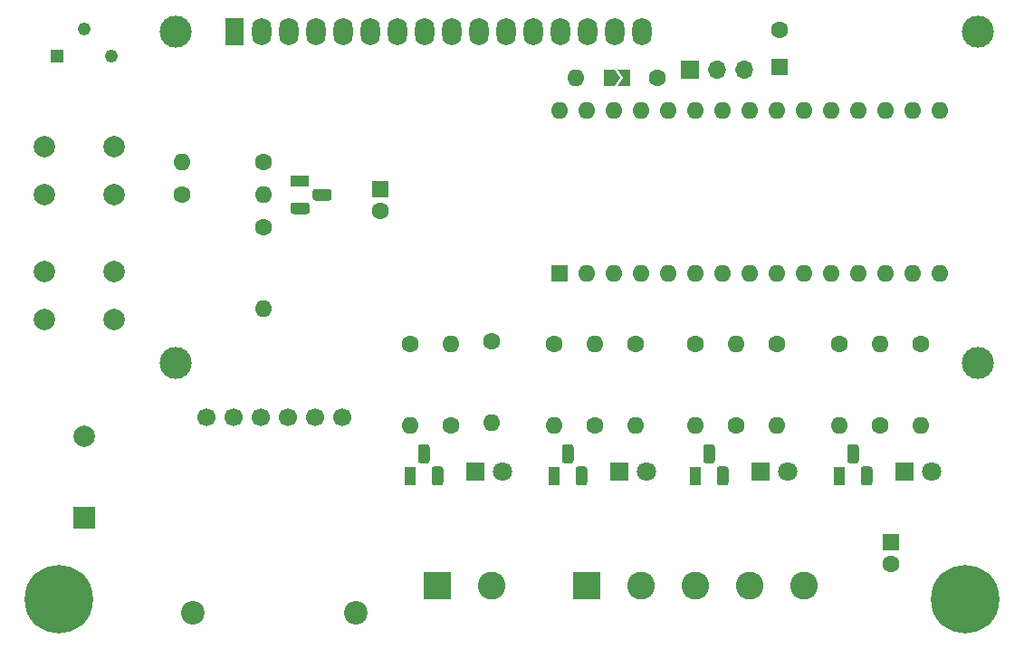
<source format=gbr>
%TF.GenerationSoftware,KiCad,Pcbnew,(5.1.9)-1*%
%TF.CreationDate,2022-04-17T16:33:26-05:00*%
%TF.ProjectId,reflow-oven-nano-shield,7265666c-6f77-42d6-9f76-656e2d6e616e,rev?*%
%TF.SameCoordinates,Original*%
%TF.FileFunction,Soldermask,Top*%
%TF.FilePolarity,Negative*%
%FSLAX46Y46*%
G04 Gerber Fmt 4.6, Leading zero omitted, Abs format (unit mm)*
G04 Created by KiCad (PCBNEW (5.1.9)-1) date 2022-04-17 16:33:26*
%MOMM*%
%LPD*%
G01*
G04 APERTURE LIST*
%ADD10R,1.100000X1.800000*%
%ADD11R,1.800000X1.100000*%
%ADD12C,1.600000*%
%ADD13R,1.600000X1.600000*%
%ADD14C,2.200000*%
%ADD15C,1.700000*%
%ADD16C,0.800000*%
%ADD17C,6.400000*%
%ADD18C,2.000000*%
%ADD19R,2.000000X2.000000*%
%ADD20R,1.222000X1.222000*%
%ADD21C,1.222000*%
%ADD22O,1.600000X1.600000*%
%ADD23C,0.100000*%
%ADD24O,1.700000X1.700000*%
%ADD25R,1.700000X1.700000*%
%ADD26C,2.600000*%
%ADD27R,2.600000X2.600000*%
%ADD28C,3.000000*%
%ADD29O,1.800000X2.600000*%
%ADD30R,1.800000X2.600000*%
%ADD31C,1.800000*%
%ADD32R,1.800000X1.800000*%
G04 APERTURE END LIST*
D10*
%TO.C,Q5*%
X165862000Y-87522000D03*
G36*
G01*
X167852000Y-88147000D02*
X167852000Y-86897000D01*
G75*
G02*
X168127000Y-86622000I275000J0D01*
G01*
X168677000Y-86622000D01*
G75*
G02*
X168952000Y-86897000I0J-275000D01*
G01*
X168952000Y-88147000D01*
G75*
G02*
X168677000Y-88422000I-275000J0D01*
G01*
X168127000Y-88422000D01*
G75*
G02*
X167852000Y-88147000I0J275000D01*
G01*
G37*
G36*
G01*
X166582000Y-86077000D02*
X166582000Y-84827000D01*
G75*
G02*
X166857000Y-84552000I275000J0D01*
G01*
X167407000Y-84552000D01*
G75*
G02*
X167682000Y-84827000I0J-275000D01*
G01*
X167682000Y-86077000D01*
G75*
G02*
X167407000Y-86352000I-275000J0D01*
G01*
X166857000Y-86352000D01*
G75*
G02*
X166582000Y-86077000I0J275000D01*
G01*
G37*
%TD*%
%TO.C,Q4*%
X152400000Y-87522000D03*
G36*
G01*
X154390000Y-88147000D02*
X154390000Y-86897000D01*
G75*
G02*
X154665000Y-86622000I275000J0D01*
G01*
X155215000Y-86622000D01*
G75*
G02*
X155490000Y-86897000I0J-275000D01*
G01*
X155490000Y-88147000D01*
G75*
G02*
X155215000Y-88422000I-275000J0D01*
G01*
X154665000Y-88422000D01*
G75*
G02*
X154390000Y-88147000I0J275000D01*
G01*
G37*
G36*
G01*
X153120000Y-86077000D02*
X153120000Y-84827000D01*
G75*
G02*
X153395000Y-84552000I275000J0D01*
G01*
X153945000Y-84552000D01*
G75*
G02*
X154220000Y-84827000I0J-275000D01*
G01*
X154220000Y-86077000D01*
G75*
G02*
X153945000Y-86352000I-275000J0D01*
G01*
X153395000Y-86352000D01*
G75*
G02*
X153120000Y-86077000I0J275000D01*
G01*
G37*
%TD*%
D11*
%TO.C,Q3*%
X115424000Y-59944000D03*
G36*
G01*
X114799000Y-61934000D02*
X116049000Y-61934000D01*
G75*
G02*
X116324000Y-62209000I0J-275000D01*
G01*
X116324000Y-62759000D01*
G75*
G02*
X116049000Y-63034000I-275000J0D01*
G01*
X114799000Y-63034000D01*
G75*
G02*
X114524000Y-62759000I0J275000D01*
G01*
X114524000Y-62209000D01*
G75*
G02*
X114799000Y-61934000I275000J0D01*
G01*
G37*
G36*
G01*
X116869000Y-60664000D02*
X118119000Y-60664000D01*
G75*
G02*
X118394000Y-60939000I0J-275000D01*
G01*
X118394000Y-61489000D01*
G75*
G02*
X118119000Y-61764000I-275000J0D01*
G01*
X116869000Y-61764000D01*
G75*
G02*
X116594000Y-61489000I0J275000D01*
G01*
X116594000Y-60939000D01*
G75*
G02*
X116869000Y-60664000I275000J0D01*
G01*
G37*
%TD*%
D10*
%TO.C,Q2*%
X139192000Y-87522000D03*
G36*
G01*
X141182000Y-88147000D02*
X141182000Y-86897000D01*
G75*
G02*
X141457000Y-86622000I275000J0D01*
G01*
X142007000Y-86622000D01*
G75*
G02*
X142282000Y-86897000I0J-275000D01*
G01*
X142282000Y-88147000D01*
G75*
G02*
X142007000Y-88422000I-275000J0D01*
G01*
X141457000Y-88422000D01*
G75*
G02*
X141182000Y-88147000I0J275000D01*
G01*
G37*
G36*
G01*
X139912000Y-86077000D02*
X139912000Y-84827000D01*
G75*
G02*
X140187000Y-84552000I275000J0D01*
G01*
X140737000Y-84552000D01*
G75*
G02*
X141012000Y-84827000I0J-275000D01*
G01*
X141012000Y-86077000D01*
G75*
G02*
X140737000Y-86352000I-275000J0D01*
G01*
X140187000Y-86352000D01*
G75*
G02*
X139912000Y-86077000I0J275000D01*
G01*
G37*
%TD*%
%TO.C,Q1*%
X125730000Y-87522000D03*
G36*
G01*
X127720000Y-88147000D02*
X127720000Y-86897000D01*
G75*
G02*
X127995000Y-86622000I275000J0D01*
G01*
X128545000Y-86622000D01*
G75*
G02*
X128820000Y-86897000I0J-275000D01*
G01*
X128820000Y-88147000D01*
G75*
G02*
X128545000Y-88422000I-275000J0D01*
G01*
X127995000Y-88422000D01*
G75*
G02*
X127720000Y-88147000I0J275000D01*
G01*
G37*
G36*
G01*
X126450000Y-86077000D02*
X126450000Y-84827000D01*
G75*
G02*
X126725000Y-84552000I275000J0D01*
G01*
X127275000Y-84552000D01*
G75*
G02*
X127550000Y-84827000I0J-275000D01*
G01*
X127550000Y-86077000D01*
G75*
G02*
X127275000Y-86352000I-275000J0D01*
G01*
X126725000Y-86352000D01*
G75*
G02*
X126450000Y-86077000I0J275000D01*
G01*
G37*
%TD*%
D12*
%TO.C,C1*%
X160274000Y-45776000D03*
D13*
X160274000Y-49276000D03*
%TD*%
D14*
%TO.C,A2*%
X105410000Y-100330000D03*
X120650000Y-100330000D03*
D15*
X106680000Y-82042000D03*
X109220000Y-82042000D03*
X111760000Y-82042000D03*
X114300000Y-82042000D03*
X116840000Y-82042000D03*
X119380000Y-82042000D03*
%TD*%
D12*
%TO.C,C3*%
X170688000Y-95726000D03*
D13*
X170688000Y-93726000D03*
%TD*%
D16*
%TO.C,H2*%
X179357056Y-97362944D03*
X177660000Y-96660000D03*
X175962944Y-97362944D03*
X175260000Y-99060000D03*
X175962944Y-100757056D03*
X177660000Y-101460000D03*
X179357056Y-100757056D03*
X180060000Y-99060000D03*
D17*
X177660000Y-99060000D03*
%TD*%
D16*
%TO.C,H1*%
X94547056Y-97362944D03*
X92850000Y-96660000D03*
X91152944Y-97362944D03*
X90450000Y-99060000D03*
X91152944Y-100757056D03*
X92850000Y-101460000D03*
X94547056Y-100757056D03*
X95250000Y-99060000D03*
D17*
X92850000Y-99060000D03*
%TD*%
D18*
%TO.C,BZ1*%
X95250000Y-83840000D03*
D19*
X95250000Y-91440000D03*
%TD*%
D18*
%TO.C,SW2*%
X98044000Y-68398000D03*
X98044000Y-72898000D03*
X91544000Y-68398000D03*
X91544000Y-72898000D03*
%TD*%
%TO.C,SW1*%
X98041600Y-56714000D03*
X98041600Y-61214000D03*
X91541600Y-56714000D03*
X91541600Y-61214000D03*
%TD*%
D20*
%TO.C,RV1*%
X92710000Y-48260000D03*
D21*
X95250000Y-45720000D03*
X97790000Y-48260000D03*
%TD*%
D22*
%TO.C,R16*%
X173482000Y-82804000D03*
D12*
X173482000Y-75184000D03*
%TD*%
D22*
%TO.C,R15*%
X160020000Y-82804000D03*
D12*
X160020000Y-75184000D03*
%TD*%
D22*
%TO.C,R14*%
X165862000Y-82804000D03*
D12*
X165862000Y-75184000D03*
%TD*%
D22*
%TO.C,R13*%
X152400000Y-82804000D03*
D12*
X152400000Y-75184000D03*
%TD*%
D22*
%TO.C,R12*%
X169672000Y-75184000D03*
D12*
X169672000Y-82804000D03*
%TD*%
D22*
%TO.C,R11*%
X156210000Y-75184000D03*
D12*
X156210000Y-82804000D03*
%TD*%
D22*
%TO.C,R10*%
X112014000Y-71882000D03*
D12*
X112014000Y-64262000D03*
%TD*%
D22*
%TO.C,R9*%
X112014000Y-61214000D03*
D12*
X104394000Y-61214000D03*
%TD*%
D22*
%TO.C,R8*%
X104394000Y-58166000D03*
D12*
X112014000Y-58166000D03*
%TD*%
D22*
%TO.C,R7*%
X146812000Y-82804000D03*
D12*
X146812000Y-75184000D03*
%TD*%
D22*
%TO.C,R6*%
X133350000Y-82550000D03*
D12*
X133350000Y-74930000D03*
%TD*%
D22*
%TO.C,R5*%
X139192000Y-82804000D03*
D12*
X139192000Y-75184000D03*
%TD*%
D22*
%TO.C,R4*%
X125730000Y-82804000D03*
D12*
X125730000Y-75184000D03*
%TD*%
D22*
%TO.C,R3*%
X143002000Y-75184000D03*
D12*
X143002000Y-82804000D03*
%TD*%
D22*
%TO.C,R2*%
X129540000Y-75184000D03*
D12*
X129540000Y-82804000D03*
%TD*%
D22*
%TO.C,R1*%
X141224000Y-50292000D03*
D12*
X148844000Y-50292000D03*
%TD*%
D23*
%TO.C,JP1*%
G36*
X145346000Y-50292000D02*
G01*
X144846000Y-51042000D01*
X143846000Y-51042000D01*
X143846000Y-49542000D01*
X144846000Y-49542000D01*
X145346000Y-50292000D01*
G37*
G36*
X146296000Y-51042000D02*
G01*
X145146000Y-51042000D01*
X145646000Y-50292000D01*
X145146000Y-49542000D01*
X146296000Y-49542000D01*
X146296000Y-51042000D01*
G37*
%TD*%
D24*
%TO.C,J3*%
X156972000Y-49530000D03*
X154432000Y-49530000D03*
D25*
X151892000Y-49530000D03*
%TD*%
D26*
%TO.C,J2*%
X162560000Y-97790000D03*
X157480000Y-97790000D03*
X152400000Y-97790000D03*
X147320000Y-97790000D03*
D27*
X142240000Y-97790000D03*
%TD*%
D26*
%TO.C,J1*%
X133350000Y-97790000D03*
D27*
X128270000Y-97790000D03*
%TD*%
D28*
%TO.C,DS1*%
X178820000Y-45965000D03*
X178819480Y-76965700D03*
X103820900Y-76965700D03*
X103820900Y-45965000D03*
D29*
X147420000Y-45965000D03*
X144880000Y-45965000D03*
X142340000Y-45965000D03*
X139800000Y-45965000D03*
X137260000Y-45965000D03*
X134720000Y-45965000D03*
X132180000Y-45965000D03*
X129640000Y-45965000D03*
X127100000Y-45965000D03*
X124560000Y-45965000D03*
X122020000Y-45965000D03*
X119480000Y-45965000D03*
X116940000Y-45965000D03*
X114400000Y-45965000D03*
X111860000Y-45965000D03*
D30*
X109320000Y-45965000D03*
%TD*%
D31*
%TO.C,D4*%
X174498000Y-87122000D03*
D32*
X171958000Y-87122000D03*
%TD*%
D31*
%TO.C,D3*%
X161036000Y-87122000D03*
D32*
X158496000Y-87122000D03*
%TD*%
D31*
%TO.C,D2*%
X147828000Y-87122000D03*
D32*
X145288000Y-87122000D03*
%TD*%
D31*
%TO.C,D1*%
X134366000Y-87122000D03*
D32*
X131826000Y-87122000D03*
%TD*%
D12*
%TO.C,C2*%
X122936000Y-62706000D03*
D13*
X122936000Y-60706000D03*
%TD*%
D22*
%TO.C,A1*%
X175260000Y-53340000D03*
X175260000Y-68580000D03*
X139700000Y-53340000D03*
X172720000Y-68580000D03*
X142240000Y-53340000D03*
X170180000Y-68580000D03*
X144780000Y-53340000D03*
X167640000Y-68580000D03*
X147320000Y-53340000D03*
X165100000Y-68580000D03*
X149860000Y-53340000D03*
X162560000Y-68580000D03*
X152400000Y-53340000D03*
X160020000Y-68580000D03*
X154940000Y-53340000D03*
X157480000Y-68580000D03*
X157480000Y-53340000D03*
X154940000Y-68580000D03*
X160020000Y-53340000D03*
X152400000Y-68580000D03*
X162560000Y-53340000D03*
X149860000Y-68580000D03*
X165100000Y-53340000D03*
X147320000Y-68580000D03*
X167640000Y-53340000D03*
X144780000Y-68580000D03*
X170180000Y-53340000D03*
X142240000Y-68580000D03*
X172720000Y-53340000D03*
D13*
X139700000Y-68580000D03*
%TD*%
M02*

</source>
